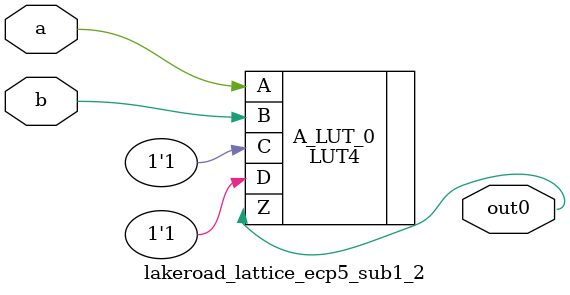
<source format=v>
/* Generated by Yosys 0.16+41 (git sha1 29c0a5958, x86_64-apple-darwin20.2-clang 10.0.0-4ubuntu1 -fPIC -Os) */

module lakeroad_lattice_ecp5_sub1_2(a, b, out0);
  wire _0_;
  wire _1_;
  wire _2_;
  wire _3_;
  wire _4_;
  wire _5_;
  wire _6_;
  input a;
  wire a;
  input b;
  wire b;
  output out0;
  wire out0;
  LUT4 #(
    .INIT(16'h6fff)
  ) A_LUT_0 (
    .A(a),
    .B(b),
    .C(1'h1),
    .D(1'h1),
    .Z(out0)
  );
  LUT4 #(
    .INIT(16'h0000)
  ) B_LUT_1 (
    .A(1'h0),
    .B(1'h0),
    .C(1'h0),
    .D(1'h0),
    .Z(_6_)
  );
  LUT4 #(
    .INIT(16'h0000)
  ) C_LUT_2 (
    .A(1'h0),
    .B(1'h0),
    .C(1'h0),
    .D(1'h0),
    .Z(_5_)
  );
  LUT4 #(
    .INIT(16'h0000)
  ) D_LUT_3 (
    .A(1'h0),
    .B(1'h0),
    .C(1'h0),
    .D(1'h0),
    .Z(_4_)
  );
  LUT4 #(
    .INIT(16'h0000)
  ) E_LUT_4 (
    .A(1'h0),
    .B(1'h0),
    .C(1'h0),
    .D(1'h0),
    .Z(_3_)
  );
  LUT4 #(
    .INIT(16'h0000)
  ) F_LUT_5 (
    .A(1'h0),
    .B(1'h0),
    .C(1'h0),
    .D(1'h0),
    .Z(_2_)
  );
  LUT4 #(
    .INIT(16'h0000)
  ) G_LUT_6 (
    .A(1'h0),
    .B(1'h0),
    .C(1'h0),
    .D(1'h0),
    .Z(_1_)
  );
  LUT4 #(
    .INIT(16'h0000)
  ) H_LUT_7 (
    .A(1'h0),
    .B(1'h0),
    .C(1'h0),
    .D(1'h0),
    .Z(_0_)
  );
endmodule


</source>
